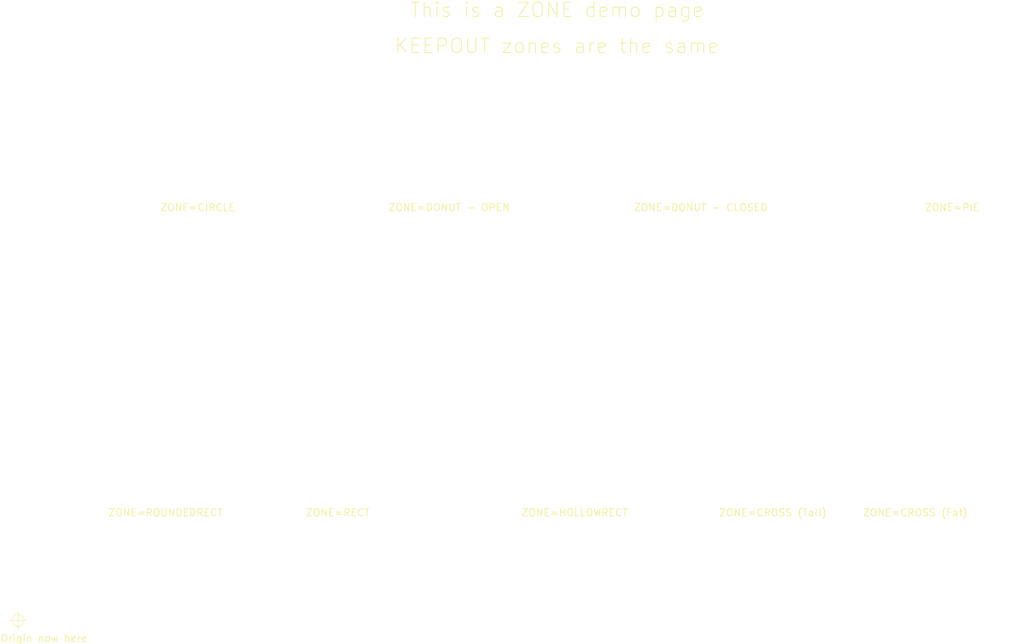
<source format=kicad_pcb>
(
kicad_pcb (version 4) (host pcbnew 4.0.4-stable)

  (general
    (links 0)
    (no_connects 0)
    (area 0 0 0 0)
    (thickness 1.6)
    (drawings 0)
    (tracks 0)
    (zones 0)
    (modules 1)
    (nets 1)
  )

  (page A4)
  (layers
    (0 F.Cu signal)
    (31 B.Cu signal)
    (32 B.Adhes user)
    (33 F.Adhes user)
    (34 B.Paste user)
    (35 F.Paste user)
    (36 B.SilkS user)
    (37 F.SilkS user)
    (38 B.Mask user)
    (39 F.Mask user)
    (40 Dwgs.User user)
    (41 Cmts.User user)
    (42 Eco1.User user)
    (43 Eco2.User user)
    (44 Edge.Cuts user)
    (45 Margin user)
    (46 B.CrtYd user)
    (47 F.CrtYd user)
    (48 B.Fab user)
    (49 F.Fab user)
  )

  (setup
    (last_trace_width 0.25)
    (trace_clearance 0.2)
    (zone_clearance 0.508)
    (zone_45_only no)
    (trace_min 0.2)
    (segment_width 0.2)
    (edge_width 0.15)
    (via_size 0.6)
    (via_drill 0.4)
    (via_min_size 0.4)
    (via_min_drill 0.3)
    (uvia_size 0.3)
    (uvia_drill 0.1)
    (uvias_allowed no)
    (uvia_min_size 0.2)
    (uvia_min_drill 0.1)
    (pcb_text_width 0.3)
    (pcb_text_size 1.5 1.5)
    (mod_edge_width 0.15)
    (mod_text_size 1 1)
    (mod_text_width 0.15)
    (pad_size 1.524 1.524)
    (pad_drill 0.762)
    (pad_to_mask_clearance 0.2)
    (aux_axis_origin 0 0)
    (visible_elements FFFFFF7F)
    (pcbplotparams
      (layerselection 0x00030_80000001)
      (usegerberextensions false)
      (excludeedgelayer true)
      (linewidth 0.100000)
      (plotframeref false)
      (viasonmask false)
      (mode 1)
      (useauxorigin false)
      (hpglpennumber 1)
      (hpglpenspeed 20)
      (hpglpendiameter 15)
      (hpglpenoverlay 2)
      (psnegative false)
      (psa4output false)
      (plotreference true)
      (plotvalue true)
      (plotinvisibletext false)
      (padsonsilk false)
      (subtractmaskfromsilk false)
      (outputformat 1)
      (mirror false)
      (drillshape 1)
      (scaleselection 1)
      (outputdirectory ""))
  )

  (net 0 "")

  (net_class Default "This is the default net class."
    (clearance 0.25)
    (trace_width 0.25)
    (via_dia 0.6)
    (via_drill 0.4)
    (uvia_dia 0.3)
    (uvia_drill 0.1)
  )



 (gr_text "This is a ZONE demo page" (at 150.0000 20.0000 0.0000) (layer F.SilkS)
    (effects (font (size 4.0000 4.0000) (thickness .25))  )
  )
 (gr_text "KEEPOUT zones are the same" (at 150.0000 30.0000 0.0000) (layer F.SilkS)
    (effects (font (size 4.0000 4.0000) (thickness .25))  )
  )
(target plus (at 0.0000 190.0000) (size 5.0000) (width 0.1500) (layer F.SilkS))
 (gr_text "Origin now here" (at -5.0000 195.0000 0.0000) (layer F.SilkS)
    (effects (font (size 2.0000 2.0000) (thickness .25))  (justify left)  )
  )

  (zone (net 0) (net_name "") (layer F.Cu) (tstamp 589D8DD7) (hatch full 0.5080)
    (connect_pads (clearance 0.5080))
    (min_thickness 0.2540)
    (fill (arc_segments 16) (thermal_gap 0.5080) (thermal_bridge_width 0.5080))
    (polygon
      (pts
        (xy 30.0000 155.0000) (xy 70.0000 155.0000) (xy 70.0000 155.0000) (xy 70.7822 154.9384) (xy 71.5451 154.7553) (xy 72.2700 154.4550) (xy 72.9389 154.0451) (xy 73.5355 153.5355) (xy 74.0451 152.9389) (xy 74.4550 152.2700) (xy 74.7553 151.5451) (xy 74.9384 150.7822) (xy 75.0000 150.0000) (xy 75.0000 130.0000) (xy 75.0000 130.0000) (xy 74.9384 129.2178) (xy 74.7553 128.4549) (xy 74.4550 127.7300) (xy 74.0451 127.0611) (xy 73.5355 126.4645) (xy 72.9389 125.9549) (xy 72.2700 125.5450) (xy 71.5451 125.2447) (xy 70.7822 125.0616) (xy 70.0000 125.0000) (xy 30.0000 125.0000) (xy 30.0000 125.0000) (xy 29.2178 125.0616) (xy 28.4549 125.2447) (xy 27.7300 125.5450) (xy 27.0611 125.9549) (xy 26.4645 126.4645) (xy 25.9549 127.0611) (xy 25.5450 127.7300) (xy 25.2447 128.4549) (xy 25.0616 129.2178) (xy 25.0000 130.0000) (xy 25.0000 150.0000) (xy 25.0000 150.0000) (xy 25.0616 150.7822) (xy 25.2447 151.5451) (xy 25.5450 152.2700) (xy 25.9549 152.9389) (xy 26.4645 153.5355) (xy 27.0611 154.0451) (xy 27.7300 154.4550) (xy 28.4549 154.7553) (xy 29.2178 154.9384) 
      )
    )
  )
 (gr_text "ZONE=ROUNDEDRECT" (at 25.0000 160.0000 0.0000) (layer F.SilkS)
    (effects (font (size 2.0000 2.0000) (thickness .25))  (justify left)  )
  )

  (zone (net 0) (net_name "") (layer F.Cu) (tstamp 589D8DD7) (hatch full 0.5080)
    (connect_pads (clearance 0.5080))
    (min_thickness 0.2540)
    (fill (arc_segments 16) (thermal_gap 0.5080) (thermal_bridge_width 0.5080))
    (polygon
      (pts
        (xy 80.0000 155.0000) (xy 80.0000 125.0000) (xy 130.0000 125.0000) (xy 130.0000 155.0000) 
      )
    )
  )
 (gr_text "ZONE=RECT" (at 80.0000 160.0000 0.0000) (layer F.SilkS)
    (effects (font (size 2.0000 2.0000) (thickness .25))  (justify left)  )
  )

  (zone (net 0) (net_name "") (layer F.Cu) (tstamp 589D8DD7) (hatch full 0.5080)
    (connect_pads (clearance 0.5080))
    (min_thickness 0.2540)
    (fill (arc_segments 16) (thermal_gap 0.5080) (thermal_bridge_width 0.5080))
    (polygon
      (pts
        (xy 140.0000 155.0000) (xy 190.0000 155.0000) (xy 190.0000 125.0000) (xy 140.0000 125.0000) (xy 140.0000 155.0000) (xy 155.0000 147.5000) (xy 175.0000 147.5000) (xy 175.0000 132.5000) (xy 155.0000 132.5000) (xy 155.0000 147.5000) (xy 140.0000 155.0000) 
      )
    )
  )
 (gr_text "ZONE=HOLLOWRECT" (at 140.0000 160.0000 0.0000) (layer F.SilkS)
    (effects (font (size 2.0000 2.0000) (thickness .25))  (justify left)  )
  )

  (zone (net 0) (net_name "") (layer F.Cu) (tstamp 589D8DD7) (hatch full 0.5080)
    (connect_pads (clearance 0.5080))
    (min_thickness 0.2540)
    (fill (arc_segments 16) (thermal_gap 0.5080) (thermal_bridge_width 0.5080))
    (polygon
      (pts
        (xy 202.5000 137.5000) (xy 202.5000 155.0000) (xy 212.5000 155.0000) (xy 212.5000 137.5000) (xy 220.0000 137.5000) (xy 220.0000 127.5000) (xy 212.5000 127.5000) (xy 212.5000 110.0000) (xy 202.5000 110.0000) (xy 202.5000 127.5000) (xy 195.0000 127.5000) (xy 195.0000 137.5000) (xy 202.5000 137.5000) 
      )
    )
  )
 (gr_text "ZONE=CROSS (Tall)" (at 195.0000 160.0000 0.0000) (layer F.SilkS)
    (effects (font (size 2.0000 2.0000) (thickness .25))  (justify left)  )
  )

  (zone (net 0) (net_name "") (layer F.Cu) (tstamp 589D8DD7) (hatch full 0.5080)
    (connect_pads (clearance 0.5080))
    (min_thickness 0.2540)
    (fill (arc_segments 16) (thermal_gap 0.5080) (thermal_bridge_width 0.5080))
    (polygon
      (pts
        (xy 250.0000 152.5000) (xy 250.0000 155.0000) (xy 265.0000 155.0000) (xy 265.0000 152.5000) (xy 280.0000 152.5000) (xy 280.0000 137.5000) (xy 265.0000 137.5000) (xy 265.0000 135.0000) (xy 250.0000 135.0000) (xy 250.0000 137.5000) (xy 235.0000 137.5000) (xy 235.0000 152.5000) (xy 250.0000 152.5000) 
      )
    )
  )
 (gr_text "ZONE=CROSS (Fat)" (at 235.0000 160.0000 0.0000) (layer F.SilkS)
    (effects (font (size 2.0000 2.0000) (thickness .25))  (justify left)  )
  )

  (zone (net 0) (net_name "") (layer F.Cu) (tstamp 589D8DD7) (hatch full 0.5080)
    (connect_pads (clearance 0.5080))
    (min_thickness 0.2540)
    (fill (arc_segments 16) (thermal_gap 0.5080) (thermal_bridge_width 0.5080))
    (polygon
      (pts
        (xy 75.0000 70.0000) (xy 74.9507 68.4302) (xy 74.8029 66.8667) (xy 74.5572 65.3155) (xy 74.2146 63.7828) (xy 73.7764 62.2746) (xy 73.2444 60.7969) (xy 72.6207 59.3555) (xy 71.9077 57.9562) (xy 71.1082 56.6043) (xy 70.2254 55.3054) (xy 69.2628 54.0644) (xy 68.2242 52.8863) (xy 67.1137 51.7758) (xy 65.9356 50.7372) (xy 64.6946 49.7746) (xy 63.3957 48.8918) (xy 62.0438 48.0923) (xy 60.6445 47.3793) (xy 59.2031 46.7556) (xy 57.7254 46.2236) (xy 56.2172 45.7854) (xy 54.6845 45.4428) (xy 53.1333 45.1971) (xy 51.5698 45.0493) (xy 50.0000 45.0000) (xy 48.4302 45.0493) (xy 46.8667 45.1971) (xy 45.3155 45.4428) (xy 43.7828 45.7854) (xy 42.2746 46.2236) (xy 40.7969 46.7556) (xy 39.3555 47.3793) (xy 37.9562 48.0923) (xy 36.6043 48.8918) (xy 35.3054 49.7746) (xy 34.0644 50.7372) (xy 32.8863 51.7758) (xy 31.7758 52.8863) (xy 30.7372 54.0644) (xy 29.7746 55.3054) (xy 28.8918 56.6043) (xy 28.0923 57.9562) (xy 27.3793 59.3555) (xy 26.7556 60.7969) (xy 26.2236 62.2746) (xy 25.7854 63.7828) (xy 25.4428 65.3155) (xy 25.1971 66.8667) (xy 25.0493 68.4302) (xy 25.0000 70.0000) (xy 25.0493 71.5698) (xy 25.1971 73.1333) (xy 25.4428 74.6845) (xy 25.7854 76.2172) (xy 26.2236 77.7254) (xy 26.7556 79.2031) (xy 27.3793 80.6445) (xy 28.0923 82.0438) (xy 28.8918 83.3957) (xy 29.7746 84.6946) (xy 30.7372 85.9356) (xy 31.7758 87.1137) (xy 32.8863 88.2242) (xy 34.0644 89.2628) (xy 35.3054 90.2254) (xy 36.6043 91.1082) (xy 37.9562 91.9077) (xy 39.3555 92.6207) (xy 40.7969 93.2444) (xy 42.2746 93.7764) (xy 43.7828 94.2146) (xy 45.3155 94.5572) (xy 46.8667 94.8029) (xy 48.4302 94.9507) (xy 50.0000 95.0000) (xy 51.5698 94.9507) (xy 53.1333 94.8029) (xy 54.6845 94.5572) (xy 56.2172 94.2146) (xy 57.7254 93.7764) (xy 59.2031 93.2444) (xy 60.6445 92.6207) (xy 62.0438 91.9077) (xy 63.3957 91.1082) (xy 64.6946 90.2254) (xy 65.9356 89.2628) (xy 67.1137 88.2242) (xy 68.2242 87.1137) (xy 69.2628 85.9356) (xy 70.2254 84.6946) (xy 71.1082 83.3957) (xy 71.9077 82.0438) (xy 72.6207 80.6445) (xy 73.2444 79.2031) (xy 73.7764 77.7254) (xy 74.2146 76.2172) (xy 74.5572 74.6845) (xy 74.8029 73.1333) (xy 74.9507 71.5698) 
      )
    )
  )
 (gr_text "ZONE=CIRCLE" (at 50.0000 75.0000 0.0000) (layer F.SilkS)
    (effects (font (size 2.0000 2.0000) (thickness .25))  )
  )

  (zone (net 0) (net_name "") (layer F.Cu) (tstamp 589D8DD7) (hatch full 0.5080)
    (connect_pads (clearance 0.5080))
    (min_thickness 0.2540)
    (fill (arc_segments 16) (thermal_gap 0.5080) (thermal_bridge_width 0.5080))
    (polygon
      (pts
        (xy 127.0711 62.9289) (xy 126.6718 62.5511) (xy 126.2524 62.1957) (xy 125.8141 61.8639) (xy 125.3583 61.5567) (xy 124.8862 61.2750) (xy 124.3994 61.0197) (xy 123.8993 60.7915) (xy 123.3874 60.5912) (xy 122.8652 60.4193) (xy 122.3345 60.2763) (xy 121.7966 60.1627) (xy 121.2533 60.0789) (xy 120.7063 60.0250) (xy 120.1571 60.0012) (xy 119.6074 60.0077) (xy 119.0589 60.0444) (xy 118.5133 60.1111) (xy 117.9721 60.2078) (xy 117.4371 60.3340) (xy 116.9098 60.4894) (xy 116.3919 60.6736) (xy 115.8849 60.8860) (xy 115.3903 61.1259) (xy 114.9096 61.3926) (xy 114.4443 61.6853) (xy 113.9958 62.0032) (xy 113.5654 62.3452) (xy 113.1545 62.7103) (xy 112.7643 63.0975) (xy 112.3959 63.5055) (xy 112.0506 63.9332) (xy 111.7292 64.3792) (xy 111.4328 64.8421) (xy 111.1623 65.3207) (xy 110.9186 65.8134) (xy 110.7022 66.3188) (xy 110.5140 66.8352) (xy 110.3544 67.3613) (xy 110.2240 67.8953) (xy 110.1231 68.4357) (xy 110.0521 68.9808) (xy 110.0111 69.5289) (xy 110.0003 70.0785) (xy 110.0197 70.6279) (xy 110.0693 71.1754) (xy 110.1489 71.7193) (xy 110.2583 72.2580) (xy 110.3971 72.7899) (xy 110.5649 73.3134) (xy 110.7612 73.8268) (xy 110.9854 74.3287) (xy 111.2369 74.8175) (xy 111.5149 75.2918) (xy 111.8185 75.7501) (xy 112.1468 76.1909) (xy 112.4989 76.6131) (xy 112.8736 77.0153) (xy 113.2699 77.3963) (xy 113.6865 77.7550) (xy 114.1221 78.0902) (xy 114.5756 78.4009) (xy 115.0454 78.6863) (xy 115.5302 78.9454) (xy 116.0285 79.1775) (xy 116.5388 79.3819) (xy 117.0596 79.5579) (xy 117.5892 79.7051) (xy 118.1262 79.8229) (xy 118.6688 79.9110) (xy 119.2154 79.9692) (xy 119.7644 79.9972) (xy 120.3141 79.9951) (xy 120.8629 79.9627) (xy 121.4090 79.9002) (xy 121.9509 79.8079) (xy 122.4869 79.6858) (xy 123.0154 79.5345) (xy 123.5347 79.3544) (xy 124.0434 79.1461) (xy 124.5399 78.9101) (xy 125.0227 78.6471) (xy 125.4902 78.3581) (xy 125.9412 78.0438) (xy 126.3742 77.7051) (xy 126.7880 77.3432) (xy 127.1813 76.9591) (xy 127.5528 76.5540) (xy 127.9016 76.1291) (xy 128.2264 75.6856) (xy 128.5264 75.2250) (xy 128.8006 74.7486) (xy 129.0483 74.2578) (xy 129.2686 73.7542) (xy 129.4609 73.2392) (xy 129.6246 72.7144) (xy 129.7592 72.1814) (xy 129.8643 71.6419) (xy 129.9396 71.0973) (xy 129.9849 70.5495) (xy 130.0000 70.0000) (xy 145.0000 70.0000) (xy 144.9622 71.3738) (xy 144.8490 72.7434) (xy 144.6607 74.1047) (xy 144.3979 75.4536) (xy 144.0614 76.7860) (xy 143.6521 78.0979) (xy 143.1714 79.3854) (xy 142.6207 80.6445) (xy 142.0016 81.8714) (xy 141.3160 83.0625) (xy 140.5660 84.2140) (xy 139.7539 85.3227) (xy 138.8820 86.3850) (xy 137.9532 87.3978) (xy 136.9700 88.3581) (xy 135.9356 89.2628) (xy 134.8530 90.1094) (xy 133.7256 90.8952) (xy 132.5566 91.6178) (xy 131.3498 92.2752) (xy 130.1086 92.8652) (xy 128.8369 93.3861) (xy 127.5384 93.8364) (xy 126.2172 94.2146) (xy 124.8773 94.5196) (xy 123.5225 94.7506) (xy 122.1572 94.9068) (xy 120.7853 94.9877) (xy 119.4110 94.9931) (xy 118.0385 94.9229) (xy 116.6720 94.7775) (xy 115.3155 94.5572) (xy 113.9731 94.2627) (xy 112.6490 93.8948) (xy 111.3471 93.4548) (xy 110.0713 92.9439) (xy 108.8255 92.3636) (xy 107.6135 91.7158) (xy 106.4390 91.0023) (xy 105.3054 90.2254) (xy 104.2162 89.3874) (xy 103.1747 88.4908) (xy 102.1840 87.5383) (xy 101.2472 86.5328) (xy 100.3671 85.4773) (xy 99.5463 84.3751) (xy 98.7872 83.2295) (xy 98.0923 82.0438) (xy 97.4636 80.8218) (xy 96.9030 79.5671) (xy 96.4122 78.2834) (xy 95.9927 76.9748) (xy 95.6457 75.6450) (xy 95.3723 74.2982) (xy 95.1733 72.9384) (xy 95.0493 71.5698) (xy 95.0008 70.1963) (xy 95.0278 68.8223) (xy 95.1302 67.4519) (xy 95.3078 66.0891) (xy 95.5600 64.7382) (xy 95.8861 63.4032) (xy 96.2850 62.0881) (xy 96.7556 60.7969) (xy 97.2964 59.5335) (xy 97.9059 58.3018) (xy 98.5821 57.1054) (xy 99.3230 55.9479) (xy 100.1264 54.8329) (xy 100.9899 53.7638) (xy 101.9108 52.7437) (xy 102.8863 51.7758) (xy 103.9136 50.8629) (xy 104.9895 50.0079) (xy 106.1107 49.2133) (xy 107.2740 48.4814) (xy 108.4756 47.8147) (xy 109.7121 47.2149) (xy 110.9797 46.6840) (xy 112.2746 46.2236) (xy 113.5928 45.8350) (xy 114.9303 45.5194) (xy 116.2832 45.2778) (xy 117.6473 45.1110) (xy 119.0185 45.0193) (xy 120.3927 45.0031) (xy 121.7657 45.0624) (xy 123.1333 45.1971) (xy 124.4915 45.4068) (xy 125.8361 45.6908) (xy 127.1631 46.0482) (xy 128.4684 46.4780) (xy 129.7482 46.9789) (xy 130.9985 47.5493) (xy 132.2155 48.1876) (xy 133.3957 48.8918) (xy 134.5353 49.6598) (xy 135.6311 50.4892) (xy 136.6796 51.3776) (xy 137.6777 52.3223) (xy 127.0711 62.9289) 
      )
    )
  )
 (gr_text "ZONE=DONUT - OPEN" (at 120.0000 75.0000 0.0000) (layer F.SilkS)
    (effects (font (size 2.0000 2.0000) (thickness .25))  )
  )

  (zone (net 0) (net_name "") (layer F.Cu) (tstamp 589D8DD7) (hatch full 0.5080)
    (connect_pads (clearance 0.5080))
    (min_thickness 0.2540)
    (fill (arc_segments 16) (thermal_gap 0.5080) (thermal_bridge_width 0.5080))
    (polygon
      (pts
        (xy 210.0000 70.0000) (xy 209.9970 69.6510) (xy 209.9878 69.3020) (xy 209.9726 68.9533) (xy 209.9513 68.6049) (xy 209.9239 68.2569) (xy 209.8904 67.9094) (xy 209.8509 67.5626) (xy 209.8054 67.2165) (xy 209.7538 66.8713) (xy 209.6962 66.5270) (xy 209.6325 66.1838) (xy 209.5630 65.8418) (xy 209.4874 65.5010) (xy 209.4059 65.1616) (xy 209.3185 64.8236) (xy 209.2252 64.4873) (xy 209.1261 64.1526) (xy 209.0211 63.8197) (xy 208.9104 63.4886) (xy 208.7939 63.1596) (xy 208.6716 62.8326) (xy 208.5437 62.5079) (xy 208.4101 62.1854) (xy 208.2709 61.8653) (xy 208.1262 61.5476) (xy 207.9759 61.2326) (xy 207.8201 60.9202) (xy 207.6590 60.6106) (xy 207.4924 60.3038) (xy 207.3205 60.0000) (xy 207.1433 59.6992) (xy 206.9610 59.4016) (xy 206.7734 59.1072) (xy 206.5808 58.8161) (xy 206.3830 58.5285) (xy 206.1803 58.2443) (xy 205.9727 57.9637) (xy 205.7602 57.6868) (xy 205.5429 57.4136) (xy 205.3209 57.1442) (xy 205.0942 56.8788) (xy 204.8629 56.6174) (xy 204.6271 56.3600) (xy 204.3868 56.1068) (xy 204.1421 55.8579) (xy 203.8932 55.6132) (xy 203.6400 55.3729) (xy 203.3826 55.1371) (xy 203.1212 54.9058) (xy 202.8558 54.6791) (xy 202.5864 54.4571) (xy 202.3132 54.2398) (xy 202.0363 54.0273) (xy 201.7557 53.8197) (xy 201.4715 53.6170) (xy 201.1839 53.4192) (xy 200.8928 53.2266) (xy 200.5984 53.0390) (xy 200.3008 52.8567) (xy 200.0000 52.6795) (xy 199.6962 52.5076) (xy 199.3894 52.3410) (xy 199.0798 52.1799) (xy 198.7674 52.0241) (xy 198.4524 51.8738) (xy 198.1347 51.7291) (xy 197.8146 51.5899) (xy 197.4921 51.4563) (xy 197.1674 51.3284) (xy 196.8404 51.2061) (xy 196.5114 51.0896) (xy 196.1803 50.9789) (xy 195.8474 50.8739) (xy 195.5127 50.7748) (xy 195.1764 50.6815) (xy 194.8384 50.5941) (xy 194.4990 50.5126) (xy 194.1582 50.4370) (xy 193.8162 50.3675) (xy 193.4730 50.3038) (xy 193.1287 50.2462) (xy 192.7835 50.1946) (xy 192.4374 50.1491) (xy 192.0906 50.1096) (xy 191.7431 50.0761) (xy 191.3951 50.0487) (xy 191.0467 50.0274) (xy 190.6980 50.0122) (xy 190.3490 50.0030) (xy 190.0000 50.0000) (xy 189.6510 50.0030) (xy 189.3020 50.0122) (xy 188.9533 50.0274) (xy 188.6049 50.0487) (xy 188.2569 50.0761) (xy 187.9094 50.1096) (xy 187.5626 50.1491) (xy 187.2165 50.1946) (xy 186.8713 50.2462) (xy 186.5270 50.3038) (xy 186.1838 50.3675) (xy 185.8418 50.4370) (xy 185.5010 50.5126) (xy 185.1616 50.5941) (xy 184.8236 50.6815) (xy 184.4873 50.7748) (xy 184.1526 50.8739) (xy 183.8197 50.9789) (xy 183.4886 51.0896) (xy 183.1596 51.2061) (xy 182.8326 51.3284) (xy 182.5079 51.4563) (xy 182.1854 51.5899) (xy 181.8653 51.7291) (xy 181.5476 51.8738) (xy 181.2326 52.0241) (xy 180.9202 52.1799) (xy 180.6106 52.3410) (xy 180.3038 52.5076) (xy 180.0000 52.6795) (xy 179.6992 52.8567) (xy 179.4016 53.0390) (xy 179.1072 53.2266) (xy 178.8161 53.4192) (xy 178.5285 53.6170) (xy 178.2443 53.8197) (xy 177.9637 54.0273) (xy 177.6868 54.2398) (xy 177.4136 54.4571) (xy 177.1442 54.6791) (xy 176.8788 54.9058) (xy 176.6174 55.1371) (xy 176.3600 55.3729) (xy 176.1068 55.6132) (xy 175.8579 55.8579) (xy 175.6132 56.1068) (xy 175.3729 56.3600) (xy 175.1371 56.6174) (xy 174.9058 56.8788) (xy 174.6791 57.1442) (xy 174.4571 57.4136) (xy 174.2398 57.6868) (xy 174.0273 57.9637) (xy 173.8197 58.2443) (xy 173.6170 58.5285) (xy 173.4192 58.8161) (xy 173.2266 59.1072) (xy 173.0390 59.4016) (xy 172.8567 59.6992) (xy 172.6795 60.0000) (xy 172.5076 60.3038) (xy 172.3410 60.6106) (xy 172.1799 60.9202) (xy 172.0241 61.2326) (xy 171.8738 61.5476) (xy 171.7291 61.8653) (xy 171.5899 62.1854) (xy 171.4563 62.5079) (xy 171.3284 62.8326) (xy 171.2061 63.1596) (xy 171.0896 63.4886) (xy 170.9789 63.8197) (xy 170.8739 64.1526) (xy 170.7748 64.4873) (xy 170.6815 64.8236) (xy 170.5941 65.1616) (xy 170.5126 65.5010) (xy 170.4370 65.8418) (xy 170.3675 66.1838) (xy 170.3038 66.5270) (xy 170.2462 66.8713) (xy 170.1946 67.2165) (xy 170.1491 67.5626) (xy 170.1096 67.9094) (xy 170.0761 68.2569) (xy 170.0487 68.6049) (xy 170.0274 68.9533) (xy 170.0122 69.3020) (xy 170.0030 69.6510) (xy 170.0000 70.0000) (xy 170.0030 70.3490) (xy 170.0122 70.6980) (xy 170.0274 71.0467) (xy 170.0487 71.3951) (xy 170.0761 71.7431) (xy 170.1096 72.0906) (xy 170.1491 72.4374) (xy 170.1946 72.7835) (xy 170.2462 73.1287) (xy 170.3038 73.4730) (xy 170.3675 73.8162) (xy 170.4370 74.1582) (xy 170.5126 74.4990) (xy 170.5941 74.8384) (xy 170.6815 75.1764) (xy 170.7748 75.5127) (xy 170.8739 75.8474) (xy 170.9789 76.1803) (xy 171.0896 76.5114) (xy 171.2061 76.8404) (xy 171.3284 77.1674) (xy 171.4563 77.4921) (xy 171.5899 77.8146) (xy 171.7291 78.1347) (xy 171.8738 78.4524) (xy 172.0241 78.7674) (xy 172.1799 79.0798) (xy 172.3410 79.3894) (xy 172.5076 79.6962) (xy 172.6795 80.0000) (xy 172.8567 80.3008) (xy 173.0390 80.5984) (xy 173.2266 80.8928) (xy 173.4192 81.1839) (xy 173.6170 81.4715) (xy 173.8197 81.7557) (xy 174.0273 82.0363) (xy 174.2398 82.3132) (xy 174.4571 82.5864) (xy 174.6791 82.8558) (xy 174.9058 83.1212) (xy 175.1371 83.3826) (xy 175.3729 83.6400) (xy 175.6132 83.8932) (xy 175.8579 84.1421) (xy 176.1068 84.3868) (xy 176.3600 84.6271) (xy 176.6174 84.8629) (xy 176.8788 85.0942) (xy 177.1442 85.3209) (xy 177.4136 85.5429) (xy 177.6868 85.7602) (xy 177.9637 85.9727) (xy 178.2443 86.1803) (xy 178.5285 86.3830) (xy 178.8161 86.5808) (xy 179.1072 86.7734) (xy 179.4016 86.9610) (xy 179.6992 87.1433) (xy 180.0000 87.3205) (xy 180.3038 87.4924) (xy 180.6106 87.6590) (xy 180.9202 87.8201) (xy 181.2326 87.9759) (xy 181.5476 88.1262) (xy 181.8653 88.2709) (xy 182.1854 88.4101) (xy 182.5079 88.5437) (xy 182.8326 88.6716) (xy 183.1596 88.7939) (xy 183.4886 88.9104) (xy 183.8197 89.0211) (xy 184.1526 89.1261) (xy 184.4873 89.2252) (xy 184.8236 89.3185) (xy 185.1616 89.4059) (xy 185.5010 89.4874) (xy 185.8418 89.5630) (xy 186.1838 89.6325) (xy 186.5270 89.6962) (xy 186.8713 89.7538) (xy 187.2165 89.8054) (xy 187.5626 89.8509) (xy 187.9094 89.8904) (xy 188.2569 89.9239) (xy 188.6049 89.9513) (xy 188.9533 89.9726) (xy 189.3020 89.9878) (xy 189.6510 89.9970) (xy 190.0000 90.0000) (xy 190.3490 89.9970) (xy 190.6980 89.9878) (xy 191.0467 89.9726) (xy 191.3951 89.9513) (xy 191.7431 89.9239) (xy 192.0906 89.8904) (xy 192.4374 89.8509) (xy 192.7835 89.8054) (xy 193.1287 89.7538) (xy 193.4730 89.6962) (xy 193.8162 89.6325) (xy 194.1582 89.5630) (xy 194.4990 89.4874) (xy 194.8384 89.4059) (xy 195.1764 89.3185) (xy 195.5127 89.2252) (xy 195.8474 89.1261) (xy 196.1803 89.0211) (xy 196.5114 88.9104) (xy 196.8404 88.7939) (xy 197.1674 88.6716) (xy 197.4921 88.5437) (xy 197.8146 88.4101) (xy 198.1347 88.2709) (xy 198.4524 88.1262) (xy 198.7674 87.9759) (xy 199.0798 87.8201) (xy 199.3894 87.6590) (xy 199.6962 87.4924) (xy 200.0000 87.3205) (xy 200.3008 87.1433) (xy 200.5984 86.9610) (xy 200.8928 86.7734) (xy 201.1839 86.5808) (xy 201.4715 86.3830) (xy 201.7557 86.1803) (xy 202.0363 85.9727) (xy 202.3132 85.7602) (xy 202.5864 85.5429) (xy 202.8558 85.3209) (xy 203.1212 85.0942) (xy 203.3826 84.8629) (xy 203.6400 84.6271) (xy 203.8932 84.3868) (xy 204.1421 84.1421) (xy 204.3868 83.8932) (xy 204.6271 83.6400) (xy 204.8629 83.3826) (xy 205.0942 83.1212) (xy 205.3209 82.8558) (xy 205.5429 82.5864) (xy 205.7602 82.3132) (xy 205.9727 82.0363) (xy 206.1803 81.7557) (xy 206.3830 81.4715) (xy 206.5808 81.1839) (xy 206.7734 80.8928) (xy 206.9610 80.5984) (xy 207.1433 80.3008) (xy 207.3205 80.0000) (xy 207.4924 79.6962) (xy 207.6590 79.3894) (xy 207.8201 79.0798) (xy 207.9759 78.7674) (xy 208.1262 78.4524) (xy 208.2709 78.1347) (xy 208.4101 77.8146) (xy 208.5437 77.4921) (xy 208.6716 77.1674) (xy 208.7939 76.8404) (xy 208.9104 76.5114) (xy 209.0211 76.1803) (xy 209.1261 75.8474) (xy 209.2252 75.5127) (xy 209.3185 75.1764) (xy 209.4059 74.8384) (xy 209.4874 74.4990) (xy 209.5630 74.1582) (xy 209.6325 73.8162) (xy 209.6962 73.4730) (xy 209.7538 73.1287) (xy 209.8054 72.7835) (xy 209.8509 72.4374) (xy 209.8904 72.0906) (xy 209.9239 71.7431) (xy 209.9513 71.3951) (xy 209.9726 71.0467) (xy 209.9878 70.6980) (xy 209.9970 70.3490) (xy 210.0000 70.0000) (xy 215.0000 70.0000) (xy 214.9962 70.4363) (xy 214.9848 70.8725) (xy 214.9657 71.3084) (xy 214.9391 71.7439) (xy 214.9049 72.1789) (xy 214.8630 72.6132) (xy 214.8137 73.0467) (xy 214.7567 73.4793) (xy 214.6922 73.9109) (xy 214.6202 74.3412) (xy 214.5407 74.7702) (xy 214.4537 75.1978) (xy 214.3593 75.6238) (xy 214.2574 76.0480) (xy 214.1481 76.4705) (xy 214.0315 76.8909) (xy 213.9076 77.3093) (xy 213.7764 77.7254) (xy 213.6380 78.1392) (xy 213.4923 78.5505) (xy 213.3395 78.9592) (xy 213.1796 79.3652) (xy 213.0126 79.7683) (xy 212.8386 80.1684) (xy 212.6577 80.5655) (xy 212.4699 80.9593) (xy 212.2752 81.3498) (xy 212.0737 81.7368) (xy 211.8655 82.1202) (xy 211.6506 82.5000) (xy 211.4292 82.8760) (xy 211.2012 83.2480) (xy 210.9668 83.6160) (xy 210.7259 83.9798) (xy 210.4788 84.3394) (xy 210.2254 84.6946) (xy 209.9659 85.0454) (xy 209.7003 85.3915) (xy 209.4286 85.7330) (xy 209.1511 86.0697) (xy 208.8677 86.4015) (xy 208.5786 86.7283) (xy 208.2838 87.0500) (xy 207.9835 87.3665) (xy 207.6777 87.6777) (xy 207.3665 87.9835) (xy 207.0500 88.2838) (xy 206.7283 88.5786) (xy 206.4015 88.8677) (xy 206.0697 89.1511) (xy 205.7330 89.4286) (xy 205.3915 89.7003) (xy 205.0454 89.9659) (xy 204.6946 90.2254) (xy 204.3394 90.4788) (xy 203.9798 90.7259) (xy 203.6160 90.9668) (xy 203.2480 91.2012) (xy 202.8760 91.4292) (xy 202.5000 91.6506) (xy 202.1202 91.8655) (xy 201.7368 92.0737) (xy 201.3498 92.2752) (xy 200.9593 92.4699) (xy 200.5655 92.6577) (xy 200.1684 92.8386) (xy 199.7683 93.0126) (xy 199.3652 93.1796) (xy 198.9592 93.3395) (xy 198.5505 93.4923) (xy 198.1392 93.6380) (xy 197.7254 93.7764) (xy 197.3093 93.9076) (xy 196.8909 94.0315) (xy 196.4705 94.1481) (xy 196.0480 94.2574) (xy 195.6238 94.3593) (xy 195.1978 94.4537) (xy 194.7702 94.5407) (xy 194.3412 94.6202) (xy 193.9109 94.6922) (xy 193.4793 94.7567) (xy 193.0467 94.8137) (xy 192.6132 94.8630) (xy 192.1789 94.9049) (xy 191.7439 94.9391) (xy 191.3084 94.9657) (xy 190.8725 94.9848) (xy 190.4363 94.9962) (xy 190.0000 95.0000) (xy 189.5637 94.9962) (xy 189.1275 94.9848) (xy 188.6916 94.9657) (xy 188.2561 94.9391) (xy 187.8211 94.9049) (xy 187.3868 94.8630) (xy 186.9533 94.8137) (xy 186.5207 94.7567) (xy 186.0891 94.6922) (xy 185.6588 94.6202) (xy 185.2298 94.5407) (xy 184.8022 94.4537) (xy 184.3762 94.3593) (xy 183.9520 94.2574) (xy 183.5295 94.1481) (xy 183.1091 94.0315) (xy 182.6907 93.9076) (xy 182.2746 93.7764) (xy 181.8608 93.6380) (xy 181.4495 93.4923) (xy 181.0408 93.3395) (xy 180.6348 93.1796) (xy 180.2317 93.0126) (xy 179.8316 92.8386) (xy 179.4345 92.6577) (xy 179.0407 92.4699) (xy 178.6502 92.2752) (xy 178.2632 92.0737) (xy 177.8798 91.8655) (xy 177.5000 91.6506) (xy 177.1240 91.4292) (xy 176.7520 91.2012) (xy 176.3840 90.9668) (xy 176.0202 90.7259) (xy 175.6606 90.4788) (xy 175.3054 90.2254) (xy 174.9546 89.9659) (xy 174.6085 89.7003) (xy 174.2670 89.4286) (xy 173.9303 89.1511) (xy 173.5985 88.8677) (xy 173.2717 88.5786) (xy 172.9500 88.2838) (xy 172.6335 87.9835) (xy 172.3223 87.6777) (xy 172.0165 87.3665) (xy 171.7162 87.0500) (xy 171.4214 86.7283) (xy 171.1323 86.4015) (xy 170.8489 86.0697) (xy 170.5714 85.7330) (xy 170.2997 85.3915) (xy 170.0341 85.0454) (xy 169.7746 84.6946) (xy 169.5212 84.3394) (xy 169.2741 83.9798) (xy 169.0332 83.6160) (xy 168.7988 83.2480) (xy 168.5708 82.8760) (xy 168.3494 82.5000) (xy 168.1345 82.1202) (xy 167.9263 81.7368) (xy 167.7248 81.3498) (xy 167.5301 80.9593) (xy 167.3423 80.5655) (xy 167.1614 80.1684) (xy 166.9874 79.7683) (xy 166.8204 79.3652) (xy 166.6605 78.9592) (xy 166.5077 78.5505) (xy 166.3620 78.1392) (xy 166.2236 77.7254) (xy 166.0924 77.3093) (xy 165.9685 76.8909) (xy 165.8519 76.4705) (xy 165.7426 76.0480) (xy 165.6407 75.6238) (xy 165.5463 75.1978) (xy 165.4593 74.7702) (xy 165.3798 74.3412) (xy 165.3078 73.9109) (xy 165.2433 73.4793) (xy 165.1863 73.0467) (xy 165.1370 72.6132) (xy 165.0951 72.1789) (xy 165.0609 71.7439) (xy 165.0343 71.3084) (xy 165.0152 70.8725) (xy 165.0038 70.4363) (xy 165.0000 70.0000) (xy 165.0038 69.5637) (xy 165.0152 69.1275) (xy 165.0343 68.6916) (xy 165.0609 68.2561) (xy 165.0951 67.8211) (xy 165.1370 67.3868) (xy 165.1863 66.9533) (xy 165.2433 66.5207) (xy 165.3078 66.0891) (xy 165.3798 65.6588) (xy 165.4593 65.2298) (xy 165.5463 64.8022) (xy 165.6407 64.3762) (xy 165.7426 63.9520) (xy 165.8519 63.5295) (xy 165.9685 63.1091) (xy 166.0924 62.6907) (xy 166.2236 62.2746) (xy 166.3620 61.8608) (xy 166.5077 61.4495) (xy 166.6605 61.0408) (xy 166.8204 60.6348) (xy 166.9874 60.2317) (xy 167.1614 59.8316) (xy 167.3423 59.4345) (xy 167.5301 59.0407) (xy 167.7248 58.6502) (xy 167.9263 58.2632) (xy 168.1345 57.8798) (xy 168.3494 57.5000) (xy 168.5708 57.1240) (xy 168.7988 56.7520) (xy 169.0332 56.3840) (xy 169.2741 56.0202) (xy 169.5212 55.6606) (xy 169.7746 55.3054) (xy 170.0341 54.9546) (xy 170.2997 54.6085) (xy 170.5714 54.2670) (xy 170.8489 53.9303) (xy 171.1323 53.5985) (xy 171.4214 53.2717) (xy 171.7162 52.9500) (xy 172.0165 52.6335) (xy 172.3223 52.3223) (xy 172.6335 52.0165) (xy 172.9500 51.7162) (xy 173.2717 51.4214) (xy 173.5985 51.1323) (xy 173.9303 50.8489) (xy 174.2670 50.5714) (xy 174.6085 50.2997) (xy 174.9546 50.0341) (xy 175.3054 49.7746) (xy 175.6606 49.5212) (xy 176.0202 49.2741) (xy 176.3840 49.0332) (xy 176.7520 48.7988) (xy 177.1240 48.5708) (xy 177.5000 48.3494) (xy 177.8798 48.1345) (xy 178.2632 47.9263) (xy 178.6502 47.7248) (xy 179.0407 47.5301) (xy 179.4345 47.3423) (xy 179.8316 47.1614) (xy 180.2317 46.9874) (xy 180.6348 46.8204) (xy 181.0408 46.6605) (xy 181.4495 46.5077) (xy 181.8608 46.3620) (xy 182.2746 46.2236) (xy 182.6907 46.0924) (xy 183.1091 45.9685) (xy 183.5295 45.8519) (xy 183.9520 45.7426) (xy 184.3762 45.6407) (xy 184.8022 45.5463) (xy 185.2298 45.4593) (xy 185.6588 45.3798) (xy 186.0891 45.3078) (xy 186.5207 45.2433) (xy 186.9533 45.1863) (xy 187.3868 45.1370) (xy 187.8211 45.0951) (xy 188.2561 45.0609) (xy 188.6916 45.0343) (xy 189.1275 45.0152) (xy 189.5637 45.0038) (xy 190.0000 45.0000) (xy 190.4363 45.0038) (xy 190.8725 45.0152) (xy 191.3084 45.0343) (xy 191.7439 45.0609) (xy 192.1789 45.0951) (xy 192.6132 45.1370) (xy 193.0467 45.1863) (xy 193.4793 45.2433) (xy 193.9109 45.3078) (xy 194.3412 45.3798) (xy 194.7702 45.4593) (xy 195.1978 45.5463) (xy 195.6238 45.6407) (xy 196.0480 45.7426) (xy 196.4705 45.8519) (xy 196.8909 45.9685) (xy 197.3093 46.0924) (xy 197.7254 46.2236) (xy 198.1392 46.3620) (xy 198.5505 46.5077) (xy 198.9592 46.6605) (xy 199.3652 46.8204) (xy 199.7683 46.9874) (xy 200.1684 47.1614) (xy 200.5655 47.3423) (xy 200.9593 47.5301) (xy 201.3498 47.7248) (xy 201.7368 47.9263) (xy 202.1202 48.1345) (xy 202.5000 48.3494) (xy 202.8760 48.5708) (xy 203.2480 48.7988) (xy 203.6160 49.0332) (xy 203.9798 49.2741) (xy 204.3394 49.5212) (xy 204.6946 49.7746) (xy 205.0454 50.0341) (xy 205.3915 50.2997) (xy 205.7330 50.5714) (xy 206.0697 50.8489) (xy 206.4015 51.1323) (xy 206.7283 51.4214) (xy 207.0500 51.7162) (xy 207.3665 52.0165) (xy 207.6777 52.3223) (xy 207.9835 52.6335) (xy 208.2838 52.9500) (xy 208.5786 53.2717) (xy 208.8677 53.5985) (xy 209.1511 53.9303) (xy 209.4286 54.2670) (xy 209.7003 54.6085) (xy 209.9659 54.9546) (xy 210.2254 55.3054) (xy 210.4788 55.6606) (xy 210.7259 56.0202) (xy 210.9668 56.3840) (xy 211.2012 56.7520) (xy 211.4292 57.1240) (xy 211.6506 57.5000) (xy 211.8655 57.8798) (xy 212.0737 58.2632) (xy 212.2752 58.6502) (xy 212.4699 59.0407) (xy 212.6577 59.4345) (xy 212.8386 59.8316) (xy 213.0126 60.2317) (xy 213.1796 60.6348) (xy 213.3395 61.0408) (xy 213.4923 61.4495) (xy 213.6380 61.8608) (xy 213.7764 62.2746) (xy 213.9076 62.6907) (xy 214.0315 63.1091) (xy 214.1481 63.5295) (xy 214.2574 63.9520) (xy 214.3593 64.3762) (xy 214.4537 64.8022) (xy 214.5407 65.2298) (xy 214.6202 65.6588) (xy 214.6922 66.0891) (xy 214.7567 66.5207) (xy 214.8137 66.9533) (xy 214.8630 67.3868) (xy 214.9049 67.8211) (xy 214.9391 68.2561) (xy 214.9657 68.6916) (xy 214.9848 69.1275) (xy 214.9962 69.5637) (xy 215.0000 70.0000) (xy 210.0000 70.0000) 
      )
    )
  )
 (gr_text "ZONE=DONUT - CLOSED" (at 190.0000 75.0000 0.0000) (layer F.SilkS)
    (effects (font (size 2.0000 2.0000) (thickness .25))  )
  )

  (zone (net 0) (net_name "") (layer F.Cu) (tstamp 589D8DD7) (hatch full 0.5080)
    (connect_pads (clearance 0.5080))
    (min_thickness 0.2540)
    (fill (arc_segments 16) (thermal_gap 0.5080) (thermal_bridge_width 0.5080))
    (polygon
      (pts
        (xy 260.0000 70.0000) (xy 277.6777 52.3223) (xy 277.2563 51.9108) (xy 276.8253 51.5092) (xy 276.3850 51.1180) (xy 275.9356 50.7372) (xy 275.4773 50.3671) (xy 275.0105 50.0079) (xy 274.5353 49.6598) (xy 274.0521 49.3230) (xy 273.5610 48.9977) (xy 273.0625 48.6840) (xy 272.5566 48.3822) (xy 272.0438 48.0923) (xy 271.5244 47.8147) (xy 270.9985 47.5493) (xy 270.4665 47.2964) (xy 269.9287 47.0561) (xy 269.3854 46.8286) (xy 268.8369 46.6139) (xy 268.2834 46.4122) (xy 267.7254 46.2236) (xy 267.1631 46.0482) (xy 266.5968 45.8861) (xy 266.0269 45.7373) (xy 265.4536 45.6021) (xy 264.8773 45.4804) (xy 264.2982 45.3723) (xy 263.7168 45.2778) (xy 263.1333 45.1971) (xy 262.5481 45.1302) (xy 261.9615 45.0771) (xy 261.3738 45.0378) (xy 260.7853 45.0123) (xy 260.1963 45.0008) (xy 259.6073 45.0031) (xy 259.0185 45.0193) (xy 258.4302 45.0493) (xy 257.8428 45.0932) (xy 257.2566 45.1510) (xy 256.6720 45.2225) (xy 256.0891 45.3078) (xy 255.5085 45.4068) (xy 254.9303 45.5194) (xy 254.3550 45.6457) (xy 253.7828 45.7854) (xy 253.2140 45.9386) (xy 252.6490 46.1052) (xy 252.0881 46.2850) (xy 251.5316 46.4780) (xy 250.9797 46.6840) (xy 250.4329 46.9030) (xy 249.8914 47.1348) (xy 249.3555 47.3793) (xy 248.8255 47.6364) (xy 248.3018 47.9059) (xy 247.7845 48.1876) (xy 247.2740 48.4814) (xy 246.7705 48.7872) (xy 246.2744 49.1048) (xy 245.7860 49.4340) (xy 245.3054 49.7746) (xy 244.8329 50.1264) (xy 244.3689 50.4892) (xy 243.9136 50.8629) (xy 243.4672 51.2472) (xy 243.0300 51.6419) (xy 242.6022 52.0468) (xy 242.1840 52.4617) (xy 241.7758 52.8863) (xy 241.3776 53.3204) (xy 240.9899 53.7638) (xy 240.6126 54.2162) (xy 240.2461 54.6773) (xy 239.8906 55.1470) (xy 239.5463 55.6249) (xy 239.2133 56.1107) (xy 238.8918 56.6043) (xy 238.5821 57.1054) (xy 238.2842 57.6135) (xy 237.9984 58.1286) (xy 237.7248 58.6502) (xy 237.4636 59.1782) (xy 237.2149 59.7121) (xy 236.9789 60.2518) (xy 236.7556 60.7969) (xy 236.5452 61.3471) (xy 236.3479 61.9021) (xy 236.1636 62.4616) (xy 235.9927 63.0252) (xy 235.8350 63.5928) (xy 235.6908 64.1639) (xy 235.5600 64.7382) (xy 235.4428 65.3155) (xy 235.3393 65.8953) (xy 235.2494 66.4775) (xy 235.1733 67.0616) (xy 235.1110 67.6473) (xy 235.0624 68.2343) (xy 235.0278 68.8223) (xy 235.0069 69.4110) 
      )
    )
  )
 (gr_text "ZONE=PIE" (at 260.0000 75.0000 0.0000) (layer F.SilkS)
    (effects (font (size 2.0000 2.0000) (thickness .25))  )
  ))
</source>
